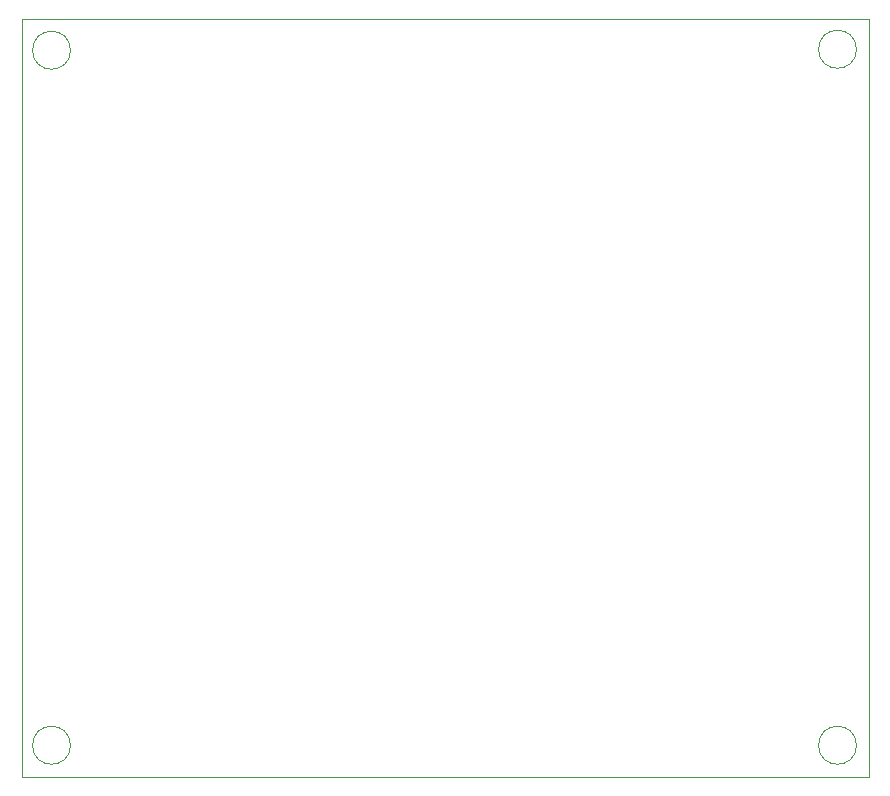
<source format=gbr>
G04 #@! TF.GenerationSoftware,KiCad,Pcbnew,5.1.4-e60b266~84~ubuntu18.04.1*
G04 #@! TF.CreationDate,2020-03-31T13:06:10+02:00*
G04 #@! TF.ProjectId,Esp32LoraBoard,45737033-324c-46f7-9261-426f6172642e,1.0*
G04 #@! TF.SameCoordinates,Original*
G04 #@! TF.FileFunction,Profile,NP*
%FSLAX46Y46*%
G04 Gerber Fmt 4.6, Leading zero omitted, Abs format (unit mm)*
G04 Created by KiCad (PCBNEW 5.1.4-e60b266~84~ubuntu18.04.1) date 2020-03-31 13:06:10*
%MOMM*%
%LPD*%
G04 APERTURE LIST*
%ADD10C,0.050000*%
G04 APERTURE END LIST*
D10*
X174834437Y-119888000D02*
G75*
G03X174834437Y-119888000I-1606437J0D01*
G01*
X108286437Y-119888000D02*
G75*
G03X108286437Y-119888000I-1606437J0D01*
G01*
X174834437Y-60960000D02*
G75*
G03X174834437Y-60960000I-1606437J0D01*
G01*
X108286437Y-61042437D02*
G75*
G03X108286437Y-61042437I-1606437J0D01*
G01*
X104140000Y-122555000D02*
X175895000Y-122555000D01*
X104140000Y-58420000D02*
X104140000Y-122555000D01*
X175895000Y-58420000D02*
X104140000Y-58420000D01*
X175895000Y-122555000D02*
X175895000Y-58420000D01*
M02*

</source>
